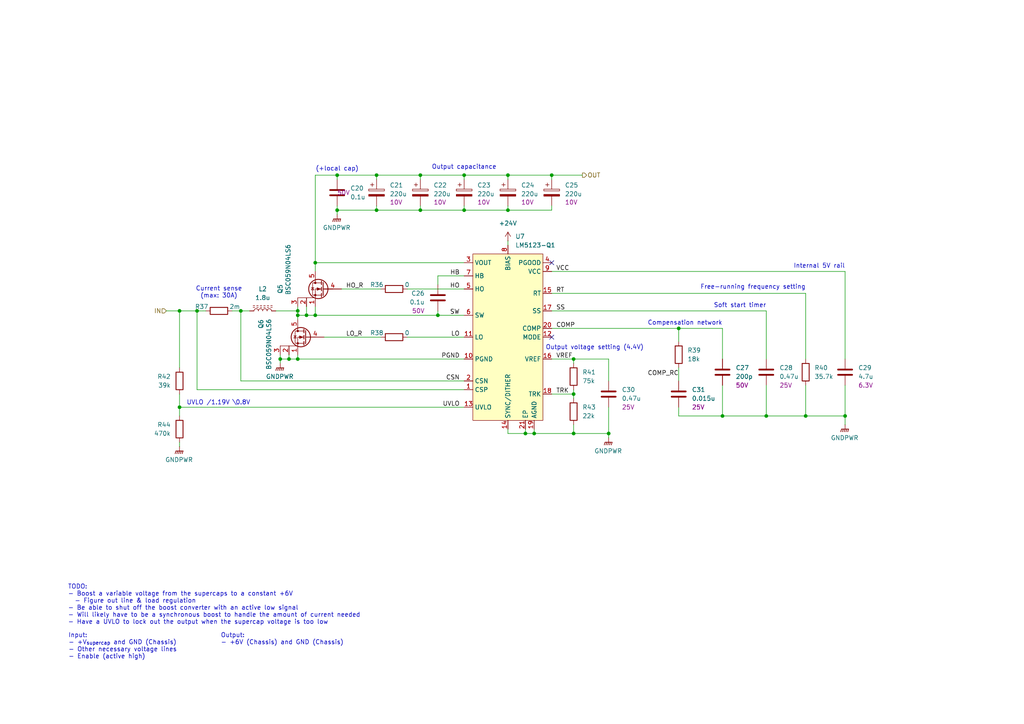
<source format=kicad_sch>
(kicad_sch (version 20250114) (generator "eeschema") (generator_version "9.0")
  (paper "A4")
  (title_block (title "Output Boost (Stage 1)") (date "2025-05-23") (rev "1") (company "UT Robomaster") (comment 1 "Robomaster"))
  (lib_symbols
    (symbol "! Robomaster ICs:LM5123-Q1"
      (property "Reference" "U" (at -10.16 1.27 0))
      (property "Value" "LM5123-Q1" (at -1.27 0 0))
      (symbol "LM5123-Q1_1_1"
        (rectangle (start -10.16 0) (end 10.16 -48.26) (fill (type background)))
        (pin input line (at -12.7 -2.54 0) (length 2.54) (name "VOUT") (number "3"))
        (pin passive line (at -12.7 -6.35 0) (length 2.54) (name "HB") (number "7"))
        (pin output line (at -12.7 -10.16 0) (length 2.54) (name "HO") (number "5"))
        (pin passive line (at -12.7 -17.78 0) (length 2.54) (name "SW") (number "6"))
        (pin output line (at -12.7 -24.13 0) (length 2.54) (name "LO") (number "11"))
        (pin power_in line (at -12.7 -30.48 0) (length 2.54) (name "PGND") (number "10"))
        (pin input line (at -12.7 -36.83 0) (length 2.54) (name "CSN") (number "2"))
        (pin input line (at -12.7 -39.37 0) (length 2.54) (name "CSP") (number "1"))
        (pin input line (at -12.7 -44.45 0) (length 2.54) (name "UVLO") (number "13"))
        (pin passive line (at 0 2.54 270) (length 2.54) (name "BIAS") (number "8"))
        (pin input line (at 0 -50.8 90) (length 2.54) (name "SYNC/DITHER") (number "14"))
        (pin passive line (at 5.08 -50.8 90) (length 2.54) (name "EP") (number "21"))
        (pin power_in line (at 7.62 -50.8 90) (length 2.54) (name "AGND") (number "19"))
        (pin open_collector line (at 12.7 -2.54 180) (length 2.54) (name "PGOOD") (number "4"))
        (pin passive line (at 12.7 -5.08 180) (length 2.54) (name "VCC") (number "9"))
        (pin input line (at 12.7 -11.43 180) (length 2.54) (name "RT") (number "15"))
        (pin bidirectional line (at 12.7 -16.51 180) (length 2.54) (name "SS") (number "17"))
        (pin output line (at 12.7 -21.59 180) (length 2.54) (name "COMP") (number "20"))
        (pin input line (at 12.7 -24.13 180) (length 2.54) (name "MODE") (number "12"))
        (pin bidirectional line (at 12.7 -30.48 180) (length 2.54) (name "VREF") (number "16"))
        (pin input line (at 12.7 -40.64 180) (length 2.54) (name "TRK") (number "18"))
      )
    )
    (symbol "Device:C" (pin_numbers (hide yes)) (pin_names (offset 0.254))
      (property "Reference" "C" (at 0.635 2.54 0))
      (property "Value" "C" (at 0.635 -2.54 0))
      (symbol "C_0_1"
        (polyline (pts (xy -2.032 0.762) (xy 2.032 0.762)) (stroke (width 0.508)))
        (polyline (pts (xy -2.032 -0.762) (xy 2.032 -0.762)) (stroke (width 0.508)))
      )
      (symbol "C_1_1"
        (pin passive line (at 0 3.81 270) (length 2.794) (name "~") (number "1"))
        (pin passive line (at 0 -3.81 90) (length 2.794) (name "~") (number "2"))
      )
    )
    (symbol "Device:C_Polarized" (pin_numbers (hide yes)) (pin_names (offset 0.254))
      (property "Reference" "C" (at 0.635 2.54 0))
      (property "Value" "C_Polarized" (at 0.635 -2.54 0))
      (symbol "C_Polarized_0_1"
        (rectangle (start -2.286 0.508) (end 2.286 1.016))
        (polyline (pts (xy -1.778 2.286) (xy -0.762 2.286)))
        (polyline (pts (xy -1.27 2.794) (xy -1.27 1.778)))
        (rectangle (start 2.286 -0.508) (end -2.286 -1.016) (fill (type outline)))
      )
      (symbol "C_Polarized_1_1"
        (pin passive line (at 0 3.81 270) (length 2.794) (name "~") (number "1"))
        (pin passive line (at 0 -3.81 90) (length 2.794) (name "~") (number "2"))
      )
    )
    (symbol "Device:L_Ferrite" (pin_numbers (hide yes)) (pin_names (offset 1.016) (hide yes))
      (property "Reference" "L" (at -1.27 0 90))
      (property "Value" "L_Ferrite" (at 2.794 0 90))
      (symbol "L_Ferrite_0_1"
        (arc (start 0 2.54) (mid 0.6323 1.905) (end 0 1.27))
        (arc (start 0 1.27) (mid 0.6323 0.635) (end 0 0))
        (arc (start 0 0) (mid 0.6323 -0.635) (end 0 -1.27))
        (arc (start 0 -1.27) (mid 0.6323 -1.905) (end 0 -2.54))
        (polyline (pts (xy 1.016 2.286) (xy 1.016 2.794)))
        (polyline (pts (xy 1.016 1.27) (xy 1.016 1.778)))
        (polyline (pts (xy 1.016 0.254) (xy 1.016 0.762)))
        (polyline (pts (xy 1.016 -0.762) (xy 1.016 -0.254)))
        (polyline (pts (xy 1.016 -1.778) (xy 1.016 -1.27)))
        (polyline (pts (xy 1.016 -2.794) (xy 1.016 -2.286)))
        (polyline (pts (xy 1.524 2.794) (xy 1.524 2.286)))
        (polyline (pts (xy 1.524 1.778) (xy 1.524 1.27)))
        (polyline (pts (xy 1.524 0.762) (xy 1.524 0.254)))
        (polyline (pts (xy 1.524 -0.254) (xy 1.524 -0.762)))
        (polyline (pts (xy 1.524 -1.27) (xy 1.524 -1.778)))
        (polyline (pts (xy 1.524 -2.286) (xy 1.524 -2.794)))
      )
      (symbol "L_Ferrite_1_1"
        (pin passive line (at 0 3.81 270) (length 1.27) (name "1") (number "1"))
        (pin passive line (at 0 -3.81 90) (length 1.27) (name "2") (number "2"))
      )
    )
    (symbol "Device:R" (pin_numbers (hide yes)) (pin_names (offset 0))
      (property "Reference" "R" (at 2.032 0 90))
      (property "Value" "R" (at 0 0 90))
      (symbol "R_0_1"
        (rectangle (start -1.016 -2.54) (end 1.016 2.54) (stroke (width 0.254)))
      )
      (symbol "R_1_1"
        (pin passive line (at 0 3.81 270) (length 1.27) (name "~") (number "1"))
        (pin passive line (at 0 -3.81 90) (length 1.27) (name "~") (number "2"))
      )
    )
    (symbol "Transistor_FET:Q_NMOS_SGD" (pin_names (offset 0) (hide yes))
      (property "Reference" "Q4" (at 6.35 1.2701 0))
      (property "Value" "BSC059N04LS6" (at 6.35 -1.2699 0))
      (symbol "Q_NMOS_SGD_0_1"
        (polyline (pts (xy 0.254 1.905) (xy 0.254 -1.905)) (stroke (width 0.254)))
        (polyline (pts (xy 0.254 0) (xy -2.54 0)))
        (polyline (pts (xy 0.762 2.286) (xy 0.762 1.27)) (stroke (width 0.254)))
        (polyline (pts (xy 0.762 0.508) (xy 0.762 -0.508)) (stroke (width 0.254)))
        (polyline (pts (xy 0.762 -1.27) (xy 0.762 -2.286)) (stroke (width 0.254)))
        (polyline (pts (xy 0.762 -1.778) (xy 3.302 -1.778) (xy 3.302 1.778) (xy 0.762 1.778)))
        (polyline (pts (xy 1.016 0) (xy 2.032 0.381) (xy 2.032 -0.381) (xy 1.016 0)) (fill (type outline)))
        (circle (center 1.651 0) (radius 2.794) (stroke (width 0.254)))
        (polyline (pts (xy 2.54 2.54) (xy 2.54 1.778)))
        (circle (center 2.54 1.778) (radius 0.254) (fill (type outline)))
        (circle (center 2.54 -1.778) (radius 0.254) (fill (type outline)))
        (polyline (pts (xy 2.54 -2.54) (xy 2.54 0) (xy 0.762 0)))
        (polyline (pts (xy 2.921 0.381) (xy 3.683 0.381)))
        (polyline (pts (xy 3.302 0.381) (xy 2.921 -0.254) (xy 3.683 -0.254) (xy 3.302 0.381)))
        (polyline (pts (xy 7.62 -2.54) (xy 2.54 -2.54)))
      )
      (symbol "Q_NMOS_SGD_1_1"
        (pin input line (at -5.08 0 0) (length 5.08) (name "G") (number "4"))
        (pin passive line (at 2.54 5.08 270) (length 2.54) (name "D") (number "5"))
        (pin passive line (at 2.54 -5.08 90) (length 2.54) (name "S") (number "1"))
        (pin passive line (at 5.08 -5.08 90) (length 2.54) (name "S") (number "2"))
        (pin passive line (at 7.62 -5.08 90) (length 2.54) (name "S") (number "3"))
      )
    )
    (symbol "power:+24V" (power) (pin_numbers (hide yes)) (pin_names (offset 0) (hide yes))
      (property "Value" "+24V" (at 0 3.556 0))
      (symbol "+24V_0_1"
        (polyline (pts (xy -0.762 1.27) (xy 0 2.54)))
        (polyline (pts (xy 0 2.54) (xy 0.762 1.27)))
        (polyline (pts (xy 0 0) (xy 0 2.54)))
      )
      (symbol "+24V_1_1"
        (pin power_in line (at 0 0 90) (length 0) (name "~") (number "1"))
      )
    )
    (symbol "power:GNDPWR" (power) (pin_numbers (hide yes)) (pin_names (offset 0) (hide yes))
      (property "Value" "GNDPWR" (at 0 -3.302 0))
      (symbol "GNDPWR_0_1"
        (polyline (pts (xy -1.016 -1.27) (xy -1.27 -2.032) (xy -1.27 -2.032)) (stroke (width 0.2032)))
        (polyline (pts (xy -0.508 -1.27) (xy -0.762 -2.032) (xy -0.762 -2.032)) (stroke (width 0.2032)))
        (polyline (pts (xy 0 -1.27) (xy 0 0)))
        (polyline (pts (xy 0 -1.27) (xy -0.254 -2.032) (xy -0.254 -2.032)) (stroke (width 0.2032)))
        (polyline (pts (xy 0.508 -1.27) (xy 0.254 -2.032) (xy 0.254 -2.032)) (stroke (width 0.2032)))
        (polyline (pts (xy 1.016 -1.27) (xy -1.016 -1.27) (xy -1.016 -1.27)) (stroke (width 0.2032)))
        (polyline (pts (xy 1.016 -1.27) (xy 0.762 -2.032) (xy 0.762 -2.032) (xy 0.762 -2.032)) (stroke (width 0.2032)))
      )
      (symbol "GNDPWR_1_1"
        (pin power_in line (at 0 0 270) (length 0) (name "~") (number "1"))
      )
    )
  )
  (text "UVLO /1.19V \\0.8V" (at 54.102 117.602 0) (effects (font (size 1.27 1.27)) (justify left bottom)))
  (text "Output voltage setting (4.4V)" (at 158.242 101.6 0) (effects (font (size 1.27 1.27)) (justify left bottom)))
  (text "Free-running frequency setting" (at 233.68 84.074 0) (effects (font (size 1.27 1.27)) (justify right bottom)))
  (text "Current sense\n(max: 30A)" (at 63.5 86.614 0) (effects (font (size 1.27 1.27)) (justify bottom)))
  (text "Soft start timer" (at 222.25 89.408 0) (effects (font (size 1.27 1.27)) (justify right bottom)))
  (text "Compensation network" (at 209.55 94.488 0) (effects (font (size 1.27 1.27)) (justify right bottom)))
  (text "TODO:\n- Boost a variable voltage from the supercaps to a constant +6V\n  - Figure out line & load regulation\n- Be able to shut off the boost converter with an active low signal\n- Will likely have to be a synchronous boost to handle the amount of current needed\n- Have a UVLO to lock out the output when the supercap voltage is too low" (at 19.685 169.545 0) (effects (font (size 1.27 1.27)) (justify left top)))
  (text "Output:\n- +6V (Chassis) and GND (Chassis)" (at 64.008 183.642 0) (effects (font (size 1.27 1.27)) (justify left top)))
  (text "(+local cap)" (at 97.79 49.784 0) (effects (font (size 1.27 1.27)) (justify bottom)))
  (text "Internal 5V rail" (at 245.11 77.978 0) (effects (font (size 1.27 1.27)) (justify right bottom)))
  (text "Output capacitance" (at 134.62 49.276 0) (effects (font (size 1.27 1.27)) (justify bottom)))
  (text "Input:\n- +V_{supercap} and GND (Chassis)\n- Other necessary voltage lines\n- Enable (active high)" (at 19.812 183.642 0) (effects (font (size 1.27 1.27)) (justify left top)))
  (junction (at 86.36 90.17))
  (junction (at 69.85 90.17))
  (junction (at 127 91.44))
  (junction (at 88.9 91.44))
  (junction (at 97.79 50.8))
  (junction (at 83.82 104.14))
  (junction (at 134.62 50.8))
  (junction (at 166.37 114.3))
  (junction (at 109.22 60.96))
  (junction (at 86.36 104.14))
  (junction (at 166.37 104.14))
  (junction (at 109.22 50.8))
  (junction (at 152.4 125.73))
  (junction (at 233.68 120.65))
  (junction (at 86.36 91.44))
  (junction (at 209.55 120.65))
  (junction (at 81.28 104.14))
  (junction (at 134.62 60.96))
  (junction (at 147.32 60.96))
  (junction (at 57.15 90.17))
  (junction (at 97.79 60.96))
  (junction (at 166.37 125.73))
  (junction (at 52.07 90.17))
  (junction (at 222.25 120.65))
  (junction (at 196.85 95.25))
  (junction (at 91.44 76.2))
  (junction (at 154.94 125.73))
  (junction (at 176.53 125.73))
  (junction (at 121.92 50.8))
  (junction (at 160.02 50.8))
  (junction (at 91.44 91.44))
  (junction (at 52.07 118.11))
  (junction (at 121.92 60.96))
  (junction (at 147.32 50.8))
  (junction (at 245.11 120.65))
  (no_connect (at 160.02 76.2))
  (no_connect (at 160.02 97.79))
  (wire (pts (xy 86.36 91.44) (xy 88.9 91.44)))
  (wire (pts (xy 121.92 60.96) (xy 134.62 60.96)))
  (wire (pts (xy 52.07 90.17) (xy 57.15 90.17)))
  (wire (pts (xy 91.44 91.44) (xy 91.44 88.9)))
  (wire (pts (xy 109.22 50.8) (xy 109.22 52.07)))
  (wire (pts (xy 86.36 88.9) (xy 86.36 90.17)))
  (wire (pts (xy 233.68 85.09) (xy 233.68 104.14)))
  (wire (pts (xy 109.22 60.96) (xy 121.92 60.96)))
  (wire (pts (xy 121.92 52.07) (xy 121.92 50.8)))
  (wire (pts (xy 176.53 104.14) (xy 166.37 104.14)))
  (wire (pts (xy 86.36 90.17) (xy 86.36 91.44)))
  (wire (pts (xy 52.07 128.27) (xy 52.07 129.54)))
  (wire (pts (xy 97.79 59.69) (xy 97.79 60.96)))
  (wire (pts (xy 166.37 104.14) (xy 166.37 105.41)))
  (wire (pts (xy 147.32 124.46) (xy 147.32 125.73)))
  (wire (pts (xy 88.9 91.44) (xy 91.44 91.44)))
  (wire (pts (xy 196.85 95.25) (xy 196.85 99.06)))
  (wire (pts (xy 166.37 114.3) (xy 166.37 115.57)))
  (wire (pts (xy 48.26 90.17) (xy 52.07 90.17)))
  (wire (pts (xy 154.94 125.73) (xy 166.37 125.73)))
  (wire (pts (xy 91.44 76.2) (xy 134.62 76.2)))
  (wire (pts (xy 176.53 125.73) (xy 176.53 127)))
  (wire (pts (xy 86.36 91.44) (xy 86.36 92.71)))
  (wire (pts (xy 245.11 111.76) (xy 245.11 120.65)))
  (wire (pts (xy 121.92 50.8) (xy 134.62 50.8)))
  (wire (pts (xy 80.01 90.17) (xy 86.36 90.17)))
  (wire (pts (xy 57.15 113.03) (xy 134.62 113.03)))
  (wire (pts (xy 91.44 50.8) (xy 97.79 50.8)))
  (wire (pts (xy 160.02 50.8) (xy 160.02 52.07)))
  (wire (pts (xy 147.32 50.8) (xy 147.32 52.07)))
  (wire (pts (xy 52.07 90.17) (xy 52.07 106.68)))
  (wire (pts (xy 134.62 60.96) (xy 134.62 59.69)))
  (wire (pts (xy 166.37 113.03) (xy 166.37 114.3)))
  (wire (pts (xy 209.55 95.25) (xy 196.85 95.25)))
  (wire (pts (xy 160.02 50.8) (xy 168.91 50.8)))
  (wire (pts (xy 52.07 118.11) (xy 52.07 120.65)))
  (wire (pts (xy 160.02 85.09) (xy 233.68 85.09)))
  (wire (pts (xy 233.68 111.76) (xy 233.68 120.65)))
  (wire (pts (xy 127 90.17) (xy 127 91.44)))
  (wire (pts (xy 109.22 50.8) (xy 121.92 50.8)))
  (wire (pts (xy 83.82 104.14) (xy 86.36 104.14)))
  (wire (pts (xy 160.02 78.74) (xy 245.11 78.74)))
  (wire (pts (xy 160.02 59.69) (xy 160.02 60.96)))
  (wire (pts (xy 67.31 90.17) (xy 69.85 90.17)))
  (wire (pts (xy 57.15 90.17) (xy 59.69 90.17)))
  (wire (pts (xy 121.92 60.96) (xy 121.92 59.69)))
  (wire (pts (xy 93.98 97.79) (xy 110.49 97.79)))
  (wire (pts (xy 127 91.44) (xy 134.62 91.44)))
  (wire (pts (xy 88.9 88.9) (xy 88.9 91.44)))
  (wire (pts (xy 176.53 110.49) (xy 176.53 104.14)))
  (wire (pts (xy 222.25 120.65) (xy 209.55 120.65)))
  (wire (pts (xy 91.44 76.2) (xy 91.44 78.74)))
  (wire (pts (xy 152.4 124.46) (xy 152.4 125.73)))
  (wire (pts (xy 69.85 110.49) (xy 69.85 90.17)))
  (wire (pts (xy 154.94 124.46) (xy 154.94 125.73)))
  (wire (pts (xy 222.25 120.65) (xy 233.68 120.65)))
  (wire (pts (xy 196.85 106.68) (xy 196.85 110.49)))
  (wire (pts (xy 196.85 118.11) (xy 196.85 120.65)))
  (wire (pts (xy 160.02 90.17) (xy 222.25 90.17)))
  (wire (pts (xy 222.25 111.76) (xy 222.25 120.65)))
  (wire (pts (xy 127 80.01) (xy 127 82.55)))
  (wire (pts (xy 99.06 83.82) (xy 110.49 83.82)))
  (wire (pts (xy 86.36 104.14) (xy 134.62 104.14)))
  (wire (pts (xy 233.68 120.65) (xy 245.11 120.65)))
  (wire (pts (xy 166.37 123.19) (xy 166.37 125.73)))
  (wire (pts (xy 69.85 110.49) (xy 134.62 110.49)))
  (wire (pts (xy 209.55 120.65) (xy 209.55 111.76)))
  (wire (pts (xy 91.44 50.8) (xy 91.44 76.2)))
  (wire (pts (xy 147.32 50.8) (xy 160.02 50.8)))
  (wire (pts (xy 109.22 59.69) (xy 109.22 60.96)))
  (wire (pts (xy 147.32 69.85) (xy 147.32 71.12)))
  (wire (pts (xy 97.79 60.96) (xy 109.22 60.96)))
  (wire (pts (xy 97.79 60.96) (xy 97.79 62.23)))
  (wire (pts (xy 147.32 125.73) (xy 152.4 125.73)))
  (wire (pts (xy 52.07 114.3) (xy 52.07 118.11)))
  (wire (pts (xy 245.11 78.74) (xy 245.11 104.14)))
  (wire (pts (xy 81.28 102.87) (xy 81.28 104.14)))
  (wire (pts (xy 97.79 50.8) (xy 97.79 52.07)))
  (wire (pts (xy 83.82 102.87) (xy 83.82 104.14)))
  (wire (pts (xy 147.32 59.69) (xy 147.32 60.96)))
  (wire (pts (xy 160.02 104.14) (xy 166.37 104.14)))
  (wire (pts (xy 245.11 120.65) (xy 245.11 123.19)))
  (wire (pts (xy 152.4 125.73) (xy 154.94 125.73)))
  (wire (pts (xy 134.62 50.8) (xy 147.32 50.8)))
  (wire (pts (xy 81.28 104.14) (xy 83.82 104.14)))
  (wire (pts (xy 196.85 120.65) (xy 209.55 120.65)))
  (wire (pts (xy 118.11 97.79) (xy 134.62 97.79)))
  (wire (pts (xy 176.53 125.73) (xy 176.53 118.11)))
  (wire (pts (xy 147.32 60.96) (xy 160.02 60.96)))
  (wire (pts (xy 118.11 83.82) (xy 134.62 83.82)))
  (wire (pts (xy 222.25 90.17) (xy 222.25 104.14)))
  (wire (pts (xy 86.36 102.87) (xy 86.36 104.14)))
  (wire (pts (xy 57.15 113.03) (xy 57.15 90.17)))
  (wire (pts (xy 81.28 104.14) (xy 81.28 105.41)))
  (wire (pts (xy 69.85 90.17) (xy 72.39 90.17)))
  (wire (pts (xy 52.07 118.11) (xy 134.62 118.11)))
  (wire (pts (xy 134.62 60.96) (xy 147.32 60.96)))
  (wire (pts (xy 160.02 114.3) (xy 166.37 114.3)))
  (wire (pts (xy 127 80.01) (xy 134.62 80.01)))
  (wire (pts (xy 176.53 125.73) (xy 166.37 125.73)))
  (wire (pts (xy 97.79 50.8) (xy 109.22 50.8)))
  (wire (pts (xy 127 91.44) (xy 91.44 91.44)))
  (wire (pts (xy 134.62 52.07) (xy 134.62 50.8)))
  (wire (pts (xy 209.55 104.14) (xy 209.55 95.25)))
  (wire (pts (xy 160.02 95.25) (xy 196.85 95.25)))
  (label "COMP" (at 161.29 95.25 0))
  (label "PGND" (at 133.35 104.14 180))
  (label "VREF" (at 161.29 104.14 0))
  (label "HO" (at 133.35 83.82 180))
  (label "SS" (at 161.29 90.17 0))
  (label "SW" (at 133.35 91.44 180))
  (label "LO_R" (at 100.33 97.79 0))
  (label "RT" (at 161.29 85.09 0))
  (label "LO" (at 133.35 97.79 180))
  (label "CSN" (at 133.35 110.49 180))
  (label "HB" (at 133.35 80.01 180))
  (label "UVLO" (at 133.35 118.11 180))
  (label "HO_R" (at 100.33 83.82 0))
  (label "COMP_RC" (at 196.85 109.22 180))
  (label "VCC" (at 161.29 78.74 0))
  (label "TRK" (at 161.29 114.3 0))
  (hierarchical_label "IN" (shape input) (at 48.26 90.17 180))
  (hierarchical_label "OUT" (shape output) (at 168.91 50.8 0))
  (symbol (lib_id "Transistor_FET:Q_NMOS_SGD") (at 93.98 83.82 0) (mirror y) (unit 1)
    (property "Reference" "Q5" (at 81.28 83.82 90))
    (property "Value" "BSC059N04LS6" (at 83.566 85.598 90) (effects (justify left)))
    (property "Footprint" "Package_SON:Infineon_PG-TDSON-8_6.15x5.15mm" (effects (hide yes)))
    (property "Datasheet" "https://www.mouser.com/datasheet/2/196/Infineon_BSC059N04LS6_DataSheet_v02_01_EN-3360636.pdf" (effects (hide yes)))
    (property "Description" "N-MOSFET transistor, source/gate/drain" (effects (hide yes)))
    (property "Mouser Part Number" "726-BSC059N04LS6ATMA" (effects (hide yes)))
  )
  (symbol (lib_id "Device:R") (at 52.07 124.46 0) (mirror y) (unit 1)
    (property "Reference" "R44" (at 49.53 123.1899 0) (effects (justify left)))
    (property "Value" "470k" (at 49.53 125.7299 0) (effects (justify left)))
    (property "Footprint" "Resistor_SMD:R_0603_1608Metric_Pad0.98x0.95mm_HandSolder" (effects (hide yes)))
    (property "Description" "Resistor" (effects (hide yes)))
    (property "Mouser Part Number" "660-RN73R1JTD4703B25" (effects (hide yes)))
  )
  (symbol (lib_id "Device:C_Polarized") (at 134.62 55.88 0) (unit 1)
    (property "Reference" "C23" (at 138.43 53.7209 0) (effects (justify left)))
    (property "Value" "220u" (at 138.43 56.2609 0) (effects (justify left)))
    (property "Footprint" "Capacitor_THT:CP_Radial_D6.3mm_P2.50mm" (effects (hide yes)))
    (property "Datasheet" "https://www.mouser.com/datasheet/2/447/KEM_A4067_A750-3316071.pdf" (effects (hide yes)))
    (property "Description" "Polarized capacitor" (effects (hide yes)))
    (property "Mouser Part Number" "80-A750EK227M1AAAE18" (effects (hide yes)))
    (property "Voltage Rating" "10V" (at 138.43 58.674 0) (effects (justify left)))
  )
  (symbol (lib_id "power:GNDPWR") (at 245.11 123.19 0) (unit 1)
    (property "Reference" "#PWR051" (effects (hide yes)))
    (property "Value" "GNDPWR" (at 244.983 127 0))
    (property "Description" "Power symbol creates a global label with name \"GNDPWR\" , global ground" (effects (hide yes)))
  )
  (symbol (lib_id "Device:C") (at 245.11 107.95 0) (mirror y) (unit 1)
    (property "Reference" "C29" (at 248.92 106.6799 0) (effects (justify right)))
    (property "Value" "4.7u" (at 248.92 109.2199 0) (effects (justify right)))
    (property "Footprint" "Capacitor_SMD:C_0603_1608Metric_Pad1.08x0.95mm_HandSolder" (effects (hide yes)))
    (property "Description" "Unpolarized capacitor" (effects (hide yes)))
    (property "Mouser Part Number" "187-CL10A475KQ8NNWC" (effects (hide yes)))
    (property "Voltage Rating" "6.3V" (at 248.92 111.76 0) (effects (justify right)))
  )
  (symbol (lib_id "Device:C_Polarized") (at 109.22 55.88 0) (unit 1)
    (property "Reference" "C21" (at 113.03 53.7209 0) (effects (justify left)))
    (property "Value" "220u" (at 113.03 56.2609 0) (effects (justify left)))
    (property "Footprint" "Capacitor_THT:CP_Radial_D6.3mm_P2.50mm" (effects (hide yes)))
    (property "Datasheet" "https://www.mouser.com/datasheet/2/447/KEM_A4067_A750-3316071.pdf" (effects (hide yes)))
    (property "Description" "Polarized capacitor" (effects (hide yes)))
    (property "Mouser Part Number" "80-A750EK227M1AAAE18" (effects (hide yes)))
    (property "Voltage Rating" "10V" (at 113.03 58.674 0) (effects (justify left)))
  )
  (symbol (lib_id "power:GNDPWR") (at 176.53 127 0) (unit 1)
    (property "Reference" "#PWR052" (effects (hide yes)))
    (property "Value" "GNDPWR" (at 176.403 130.81 0))
    (property "Description" "Power symbol creates a global label with name \"GNDPWR\" , global ground" (effects (hide yes)))
  )
  (symbol (lib_id "Device:R") (at 233.68 107.95 0) (unit 1)
    (property "Reference" "R40" (at 236.22 106.6799 0) (effects (justify left)))
    (property "Value" "35.7k" (at 236.22 109.2199 0) (effects (justify left)))
    (property "Footprint" "Resistor_SMD:R_0603_1608Metric_Pad0.98x0.95mm_HandSolder" (effects (hide yes)))
    (property "Description" "Resistor" (effects (hide yes)))
    (property "Mouser Part Number" "603-RC0603FR-0735K7L" (effects (hide yes)))
  )
  (symbol (lib_id "Device:C") (at 209.55 107.95 0) (mirror y) (unit 1)
    (property "Reference" "C27" (at 213.36 106.6799 0) (effects (justify right)))
    (property "Value" "200p" (at 213.36 109.2199 0) (effects (justify right)))
    (property "Footprint" "Capacitor_SMD:C_0603_1608Metric_Pad1.08x0.95mm_HandSolder" (effects (hide yes)))
    (property "Datasheet" "https://www.mouser.com/datasheet/2/585/MLCC-1837944.pdf" (effects (hide yes)))
    (property "Description" "Unpolarized capacitor" (effects (hide yes)))
    (property "Mouser Part Number" "187-CL10C201JB8NNNC" (effects (hide yes)))
    (property "Voltage Rating" "50V" (at 213.36 111.76 0) (effects (justify right)))
  )
  (symbol (lib_id "Device:R") (at 52.07 110.49 0) (mirror y) (unit 1)
    (property "Reference" "R42" (at 49.53 109.2199 0) (effects (justify left)))
    (property "Value" "39k" (at 49.53 111.7599 0) (effects (justify left)))
    (property "Footprint" "Resistor_SMD:R_0603_1608Metric_Pad0.98x0.95mm_HandSolder" (effects (hide yes)))
    (property "Description" "Resistor" (effects (hide yes)))
    (property "Mouser Part Number" "603-RC0603FR-1339KL" (effects (hide yes)))
  )
  (symbol (lib_id "Device:R") (at 114.3 83.82 90) (unit 1)
    (property "Reference" "R36" (at 111.252 83.312 90) (effects (justify left top)))
    (property "Value" "0" (at 117.348 83.312 90) (effects (justify right top)))
    (property "Footprint" "Resistor_SMD:R_0603_1608Metric_Pad0.98x0.95mm_HandSolder" (effects (hide yes)))
    (property "Description" "Resistor" (effects (hide yes)))
    (property "Mouser Part Number" "660-RK73Z1JTTDD" (effects (hide yes)))
  )
  (symbol (lib_id "Device:R") (at 114.3 97.79 90) (unit 1)
    (property "Reference" "R38" (at 111.252 97.282 90) (effects (justify left top)))
    (property "Value" "0" (at 117.348 97.282 90) (effects (justify right top)))
    (property "Footprint" "Resistor_SMD:R_0603_1608Metric_Pad0.98x0.95mm_HandSolder" (effects (hide yes)))
    (property "Description" "Resistor" (effects (hide yes)))
    (property "Mouser Part Number" "660-RK73Z1JTTDD" (effects (hide yes)))
  )
  (symbol (lib_id "Device:C_Polarized") (at 160.02 55.88 0) (unit 1)
    (property "Reference" "C25" (at 163.83 53.7209 0) (effects (justify left)))
    (property "Value" "220u" (at 163.83 56.2609 0) (effects (justify left)))
    (property "Footprint" "Capacitor_THT:CP_Radial_D6.3mm_P2.50mm" (effects (hide yes)))
    (property "Datasheet" "https://www.mouser.com/datasheet/2/447/KEM_A4067_A750-3316071.pdf" (effects (hide yes)))
    (property "Description" "Polarized capacitor" (effects (hide yes)))
    (property "Mouser Part Number" "80-A750EK227M1AAAE18" (effects (hide yes)))
    (property "Voltage Rating" "10V" (at 163.83 58.674 0) (effects (justify left)))
  )
  (symbol (lib_id "! Robomaster ICs:LM5123-Q1") (at 147.32 73.66 0) (unit 1)
    (property "Reference" "U7" (at 149.4633 68.58 0) (effects (justify left)))
    (property "Value" "LM5123-Q1" (at 149.4633 71.12 0) (effects (justify left)))
    (property "Footprint" "Package_DFN_QFN:Texas_RGP0020H_VQFN-20-1EP_4x4mm_P0.5mm_EP2.4x2.4mm" (effects (hide yes)))
    (property "Datasheet" "https://www.ti.com/lit/ds/symlink/lm5123-q1.pdf" (effects (hide yes)))
    (property "Description" "2.2MHz wide VIN low IQ synchronous boost controller" (effects (hide yes)))
    (property "Mouser Part Number" "595-LM51231QRGRRQ1" (effects (hide yes)))
  )
  (symbol (lib_id "Device:R") (at 63.5 90.17 90) (unit 1)
    (property "Reference" "R37" (at 60.452 89.662 90) (effects (justify left top)))
    (property "Value" "2m" (at 66.548 89.662 90) (effects (justify right top)))
    (property "Footprint" "Resistor_SMD:R_2512_6332Metric_Pad1.40x3.35mm_HandSolder" (effects (hide yes)))
    (property "Datasheet" "https://www.mouser.com/datasheet/2/54/crf-937137.pdf" (effects (hide yes)))
    (property "Description" "Resistor" (effects (hide yes)))
    (property "Mouser Part Number" "652-CRF2512FZR002ELF" (effects (hide yes)))
  )
  (symbol (lib_id "Device:C") (at 222.25 107.95 0) (mirror y) (unit 1)
    (property "Reference" "C28" (at 226.06 106.6799 0) (effects (justify right)))
    (property "Value" "0.47u" (at 226.06 109.2199 0) (effects (justify right)))
    (property "Footprint" "Capacitor_SMD:C_0603_1608Metric_Pad1.08x0.95mm_HandSolder" (effects (hide yes)))
    (property "Description" "Unpolarized capacitor" (effects (hide yes)))
    (property "Mouser Part Number" "710-885012106020" (effects (hide yes)))
    (property "Voltage Rating" "25V" (at 226.06 111.76 0) (effects (justify right)))
  )
  (symbol (lib_id "Device:C") (at 196.85 114.3 0) (mirror y) (unit 1)
    (property "Reference" "C31" (at 200.66 113.0299 0) (effects (justify right)))
    (property "Value" "0.015u" (at 200.66 115.5699 0) (effects (justify right)))
    (property "Footprint" "Capacitor_SMD:C_0603_1608Metric_Pad1.08x0.95mm_HandSolder" (effects (hide yes)))
    (property "Description" "Unpolarized capacitor" (effects (hide yes)))
    (property "Mouser Part Number" "77-VJ0603Y153KXXCBC" (effects (hide yes)))
    (property "Voltage Rating" "25V" (at 200.66 118.11 0) (effects (justify right)))
  )
  (symbol (lib_id "Device:R") (at 166.37 119.38 0) (unit 1)
    (property "Reference" "R43" (at 168.91 118.1099 0) (effects (justify left)))
    (property "Value" "22k" (at 168.91 120.6499 0) (effects (justify left)))
    (property "Footprint" "Resistor_SMD:R_0603_1608Metric_Pad0.98x0.95mm_HandSolder" (effects (hide yes)))
    (property "Description" "Resistor" (effects (hide yes)))
    (property "Mouser Part Number" "71-CRCW0603-22K-E3" (effects (hide yes)))
  )
  (symbol (lib_id "Device:C_Polarized") (at 121.92 55.88 0) (unit 1)
    (property "Reference" "C22" (at 125.73 53.7209 0) (effects (justify left)))
    (property "Value" "220u" (at 125.73 56.2609 0) (effects (justify left)))
    (property "Footprint" "Capacitor_THT:CP_Radial_D6.3mm_P2.50mm" (effects (hide yes)))
    (property "Datasheet" "https://www.mouser.com/datasheet/2/447/KEM_A4067_A750-3316071.pdf" (effects (hide yes)))
    (property "Description" "Polarized capacitor" (effects (hide yes)))
    (property "Mouser Part Number" "80-A750EK227M1AAAE18" (effects (hide yes)))
    (property "Voltage Rating" "10V" (at 125.73 58.674 0) (effects (justify left)))
  )
  (symbol (lib_id "Device:R") (at 196.85 102.87 0) (unit 1)
    (property "Reference" "R39" (at 199.39 101.5999 0) (effects (justify left)))
    (property "Value" "18k" (at 199.39 104.1399 0) (effects (justify left)))
    (property "Footprint" "Resistor_SMD:R_0603_1608Metric_Pad0.98x0.95mm_HandSolder" (effects (hide yes)))
    (property "Description" "Resistor" (effects (hide yes)))
    (property "Mouser Part Number" "603-RT0603FRE1318KL" (effects (hide yes)))
  )
  (symbol (lib_id "Transistor_FET:Q_NMOS_SGD") (at 88.9 97.79 0) (mirror y) (unit 1)
    (property "Reference" "Q6" (at 75.692 93.98 90))
    (property "Value" "BSC059N04LS6" (at 77.978 92.456 90) (effects (justify right)))
    (property "Footprint" "Package_SON:Infineon_PG-TDSON-8_6.15x5.15mm" (effects (hide yes)))
    (property "Datasheet" "https://www.mouser.com/datasheet/2/196/Infineon_BSC059N04LS6_DataSheet_v02_01_EN-3360636.pdf" (effects (hide yes)))
    (property "Description" "N-MOSFET transistor, source/gate/drain" (effects (hide yes)))
    (property "Mouser Part Number" "726-BSC059N04LS6ATMA" (effects (hide yes)))
  )
  (symbol (lib_id "power:GNDPWR") (at 81.28 105.41 0) (unit 1)
    (property "Reference" "#PWR050" (effects (hide yes)))
    (property "Value" "GNDPWR" (at 81.153 109.22 0))
    (property "Description" "Power symbol creates a global label with name \"GNDPWR\" , global ground" (effects (hide yes)))
  )
  (symbol (lib_id "Device:C") (at 176.53 114.3 0) (mirror y) (unit 1)
    (property "Reference" "C30" (at 180.34 113.0299 0) (effects (justify right)))
    (property "Value" "0.47u" (at 180.34 115.5699 0) (effects (justify right)))
    (property "Footprint" "Capacitor_SMD:C_0603_1608Metric_Pad1.08x0.95mm_HandSolder" (effects (hide yes)))
    (property "Description" "Unpolarized capacitor" (effects (hide yes)))
    (property "Mouser Part Number" "710-885012106020" (effects (hide yes)))
    (property "Voltage Rating" "25V" (at 180.34 118.11 0) (effects (justify right)))
  )
  (symbol (lib_id "Device:L_Ferrite") (at 76.2 90.17 90) (unit 1)
    (property "Reference" "L2" (at 76.2 83.82 90))
    (property "Value" "1.8u" (at 76.2 86.36 90))
    (property "Footprint" "Inductor_SMD:L_Bourns_SRP1245A" (effects (hide yes)))
    (property "Datasheet" "https://www.mouser.com/datasheet/2/54/srn8040ta-1391519.pdf" (effects (hide yes)))
    (property "Description" "Inductor with ferrite core" (effects (hide yes)))
    (property "Mouser Part Number" "652-SRP1265A-1R8M" (effects (hide yes)))
  )
  (symbol (lib_id "Device:C") (at 127 86.36 0) (unit 1)
    (property "Reference" "C26" (at 123.19 85.0899 0) (effects (justify right)))
    (property "Value" "0.1u" (at 123.19 87.6299 0) (effects (justify right)))
    (property "Footprint" "Capacitor_SMD:C_0603_1608Metric_Pad1.08x0.95mm_HandSolder" (effects (hide yes)))
    (property "Datasheet" "https://www.mouser.com/datasheet/2/40/KGM_X7R-3223212.pdf" (effects (hide yes)))
    (property "Description" "Unpolarized capacitor" (effects (hide yes)))
    (property "Mouser Part Number" "581-KGM15BR71H104JT" (effects (hide yes)))
    (property "Voltage Rating" "50V" (at 123.19 90.17 0) (effects (justify right)))
  )
  (symbol (lib_id "power:GNDPWR") (at 52.07 129.54 0) (unit 1)
    (property "Reference" "#PWR053" (effects (hide yes)))
    (property "Value" "GNDPWR" (at 51.943 133.35 0))
    (property "Description" "Power symbol creates a global label with name \"GNDPWR\" , global ground" (effects (hide yes)))
  )
  (symbol (lib_id "power:GNDPWR") (at 97.79 62.23 0) (unit 1)
    (property "Reference" "#PWR048" (effects (hide yes)))
    (property "Value" "GNDPWR" (at 97.663 66.04 0))
    (property "Description" "Power symbol creates a global label with name \"GNDPWR\" , global ground" (effects (hide yes)))
  )
  (symbol (lib_id "Device:R") (at 166.37 109.22 0) (unit 1)
    (property "Reference" "R41" (at 168.91 107.9499 0) (effects (justify left)))
    (property "Value" "75k" (at 168.91 110.4899 0) (effects (justify left)))
    (property "Footprint" "Resistor_SMD:R_0603_1608Metric_Pad0.98x0.95mm_HandSolder" (effects (hide yes)))
    (property "Description" "Resistor" (effects (hide yes)))
    (property "Mouser Part Number" "03-AC0603FR-1075KL" (effects (hide yes)))
  )
  (symbol (lib_id "power:+24V") (at 147.32 69.85 0) (unit 1)
    (property "Reference" "#PWR049" (effects (hide yes)))
    (property "Value" "+24V" (at 147.32 64.77 0))
    (property "Description" "Power symbol creates a global label with name \"+24V\"" (effects (hide yes)))
  )
  (symbol (lib_id "Device:C") (at 97.79 55.88 0) (mirror y) (unit 1)
    (property "Reference" "C20" (at 101.6 54.6099 0) (effects (justify right)))
    (property "Value" "0.1u" (at 101.6 57.1499 0) (effects (justify right)))
    (property "Footprint" "Capacitor_SMD:C_0603_1608Metric_Pad1.08x0.95mm_HandSolder" (effects (hide yes)))
    (property "Datasheet" "https://www.mouser.com/datasheet/2/40/KGM_X7R-3223212.pdf" (effects (hide yes)))
    (property "Description" "Unpolarized capacitor" (effects (hide yes)))
    (property "Mouser Part Number" "581-KGM15BR71H104JT" (effects (hide yes)))
    (property "Voltage Rating" "50V" (at 97.79 55.88 0) (effects (justify right)))
  )
  (symbol (lib_id "Device:C_Polarized") (at 147.32 55.88 0) (unit 1)
    (property "Reference" "C24" (at 151.13 53.7209 0) (effects (justify left)))
    (property "Value" "220u" (at 151.13 56.2609 0) (effects (justify left)))
    (property "Footprint" "Capacitor_THT:CP_Radial_D6.3mm_P2.50mm" (effects (hide yes)))
    (property "Datasheet" "https://www.mouser.com/datasheet/2/447/KEM_A4067_A750-3316071.pdf" (effects (hide yes)))
    (property "Description" "Polarized capacitor" (effects (hide yes)))
    (property "Mouser Part Number" "80-A750EK227M1AAAE18" (effects (hide yes)))
    (property "Voltage Rating" "10V" (at 151.13 58.674 0) (effects (justify left)))
  )
)
</source>
